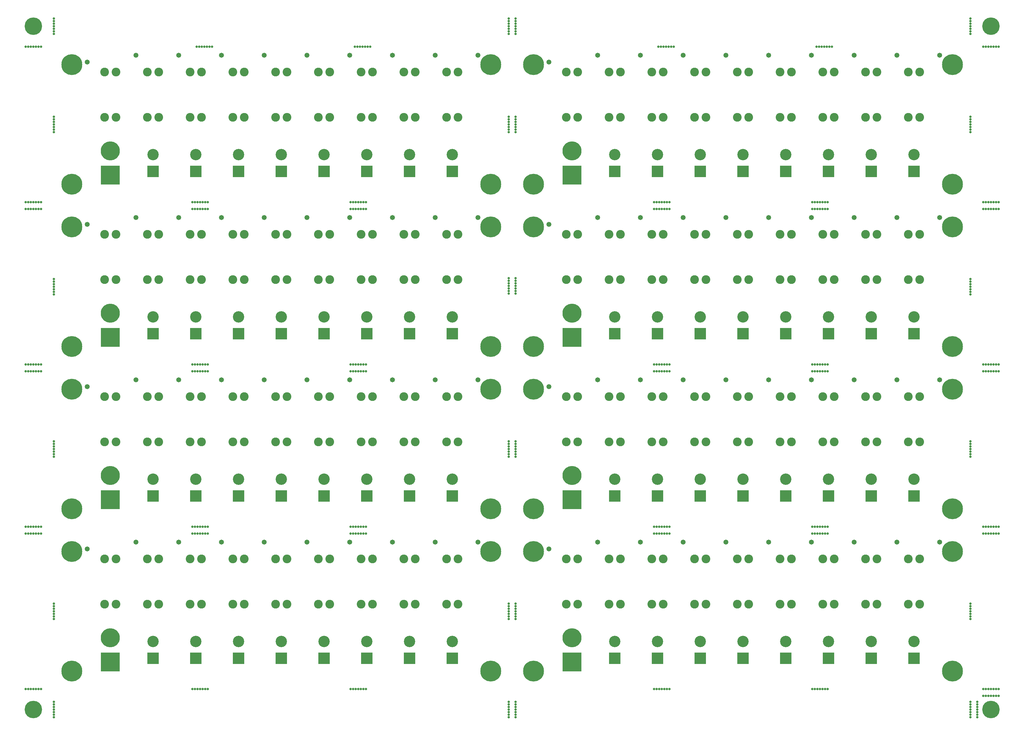
<source format=gbs>
G04*
G04 #@! TF.GenerationSoftware,Altium Limited,Altium Designer,21.8.1 (53)*
G04*
G04 Layer_Color=16711935*
%FSLAX44Y44*%
%MOMM*%
G71*
G04*
G04 #@! TF.SameCoordinates,54C0CB10-D324-4126-BD5B-6722362DD903*
G04*
G04*
G04 #@! TF.FilePolarity,Negative*
G04*
G01*
G75*
%ADD30C,0.7112*%
%ADD31C,5.2032*%
%ADD32C,2.6032*%
%ADD33R,3.3782X3.3782*%
%ADD34C,3.3782*%
%ADD35C,5.6642*%
%ADD36R,5.6642X5.6642*%
%ADD37C,6.2032*%
%ADD38C,1.4732*%
D30*
X1450340Y353060D02*
D03*
Y345440D02*
D03*
Y337820D02*
D03*
Y330200D02*
D03*
Y322580D02*
D03*
Y314960D02*
D03*
Y307340D02*
D03*
X1470660Y353060D02*
D03*
Y345440D02*
D03*
Y337820D02*
D03*
Y330200D02*
D03*
Y322580D02*
D03*
Y314960D02*
D03*
Y307340D02*
D03*
X1450340Y835660D02*
D03*
Y828040D02*
D03*
Y820420D02*
D03*
Y812800D02*
D03*
Y805180D02*
D03*
Y797560D02*
D03*
Y789940D02*
D03*
X1470660Y835660D02*
D03*
Y828040D02*
D03*
Y820420D02*
D03*
Y812800D02*
D03*
Y805180D02*
D03*
Y797560D02*
D03*
Y789940D02*
D03*
X1450340Y1320800D02*
D03*
Y1313180D02*
D03*
Y1305560D02*
D03*
Y1297940D02*
D03*
Y1290320D02*
D03*
Y1282700D02*
D03*
Y1275080D02*
D03*
X1470660Y1320800D02*
D03*
Y1313180D02*
D03*
Y1305560D02*
D03*
Y1297940D02*
D03*
Y1290320D02*
D03*
Y1282700D02*
D03*
Y1275080D02*
D03*
X1450340Y1800860D02*
D03*
Y1793240D02*
D03*
Y1785620D02*
D03*
Y1778000D02*
D03*
Y1770380D02*
D03*
Y1762760D02*
D03*
Y1755140D02*
D03*
X1470660Y1800860D02*
D03*
Y1793240D02*
D03*
Y1785620D02*
D03*
Y1778000D02*
D03*
Y1770380D02*
D03*
Y1762760D02*
D03*
Y1755140D02*
D03*
X1450340Y2092960D02*
D03*
Y2085340D02*
D03*
Y2077720D02*
D03*
Y2070100D02*
D03*
Y2062480D02*
D03*
Y2054860D02*
D03*
Y2047240D02*
D03*
X1470660Y2092960D02*
D03*
Y2085340D02*
D03*
Y2077720D02*
D03*
Y2070100D02*
D03*
Y2062480D02*
D03*
Y2054860D02*
D03*
Y2047240D02*
D03*
X2821940Y2092960D02*
D03*
Y2085340D02*
D03*
Y2077720D02*
D03*
Y2070100D02*
D03*
Y2062480D02*
D03*
Y2054860D02*
D03*
Y2047240D02*
D03*
X2905760Y2009140D02*
D03*
X2898140D02*
D03*
X2890520D02*
D03*
X2882900D02*
D03*
X2875280D02*
D03*
X2867660D02*
D03*
X2860040D02*
D03*
X2905760Y1546860D02*
D03*
X2898140D02*
D03*
X2890520D02*
D03*
X2882900D02*
D03*
X2875280D02*
D03*
X2867660D02*
D03*
X2860040D02*
D03*
X2905760Y1526540D02*
D03*
X2898140D02*
D03*
X2890520D02*
D03*
X2882900D02*
D03*
X2875280D02*
D03*
X2867660D02*
D03*
X2860040D02*
D03*
X2905760Y1064260D02*
D03*
X2898140D02*
D03*
X2890520D02*
D03*
X2882900D02*
D03*
X2875280D02*
D03*
X2867660D02*
D03*
X2860040D02*
D03*
X2905760Y1043940D02*
D03*
X2898140D02*
D03*
X2890520D02*
D03*
X2882900D02*
D03*
X2875280D02*
D03*
X2867660D02*
D03*
X2860040D02*
D03*
X2905760Y581660D02*
D03*
X2898140D02*
D03*
X2890520D02*
D03*
X2882900D02*
D03*
X2875280D02*
D03*
X2867660D02*
D03*
X2860040D02*
D03*
X2905760Y561340D02*
D03*
X2898140D02*
D03*
X2890520D02*
D03*
X2882900D02*
D03*
X2875280D02*
D03*
X2867660D02*
D03*
X2860040D02*
D03*
X2905760Y99060D02*
D03*
X2898140D02*
D03*
X2890520D02*
D03*
X2882900D02*
D03*
X2875280D02*
D03*
X2867660D02*
D03*
X2860040D02*
D03*
X2905760Y78740D02*
D03*
X2898140D02*
D03*
X2890520D02*
D03*
X2882900D02*
D03*
X2875280D02*
D03*
X2867660D02*
D03*
X2860040D02*
D03*
X2842260Y15240D02*
D03*
Y22860D02*
D03*
Y30480D02*
D03*
Y38100D02*
D03*
Y45720D02*
D03*
Y53340D02*
D03*
Y60960D02*
D03*
X2821940Y15240D02*
D03*
Y22860D02*
D03*
Y30480D02*
D03*
Y38100D02*
D03*
Y45720D02*
D03*
Y53340D02*
D03*
Y60960D02*
D03*
X1470660Y15240D02*
D03*
Y22860D02*
D03*
Y30480D02*
D03*
Y38100D02*
D03*
Y45720D02*
D03*
Y53340D02*
D03*
Y60960D02*
D03*
X1450340Y15240D02*
D03*
Y22860D02*
D03*
Y30480D02*
D03*
Y38100D02*
D03*
Y45720D02*
D03*
Y53340D02*
D03*
Y60960D02*
D03*
X99060Y15240D02*
D03*
Y22860D02*
D03*
Y30480D02*
D03*
Y38100D02*
D03*
Y45720D02*
D03*
Y53340D02*
D03*
Y60960D02*
D03*
X15240Y99060D02*
D03*
X22860D02*
D03*
X30480D02*
D03*
X38100D02*
D03*
X45720D02*
D03*
X53340D02*
D03*
X60960D02*
D03*
X15240Y561340D02*
D03*
X22860D02*
D03*
X30480D02*
D03*
X38100D02*
D03*
X45720D02*
D03*
X53340D02*
D03*
X60960D02*
D03*
X15240Y581660D02*
D03*
X22860D02*
D03*
X30480D02*
D03*
X38100D02*
D03*
X45720D02*
D03*
X53340D02*
D03*
X60960D02*
D03*
X15240Y1043940D02*
D03*
X22860D02*
D03*
X30480D02*
D03*
X38100D02*
D03*
X45720D02*
D03*
X53340D02*
D03*
X60960D02*
D03*
X15240Y1064260D02*
D03*
X22860D02*
D03*
X30480D02*
D03*
X38100D02*
D03*
X45720D02*
D03*
X53340D02*
D03*
X60960D02*
D03*
X15240Y1526540D02*
D03*
X22860D02*
D03*
X30480D02*
D03*
X38100D02*
D03*
X45720D02*
D03*
X53340D02*
D03*
X60960D02*
D03*
X15240Y1546860D02*
D03*
X22860D02*
D03*
X30480D02*
D03*
X38100D02*
D03*
X45720D02*
D03*
X53340D02*
D03*
X60960D02*
D03*
X15240Y2009140D02*
D03*
X22860D02*
D03*
X30480D02*
D03*
X38100D02*
D03*
X45720D02*
D03*
X53340D02*
D03*
X60960D02*
D03*
X99060Y2092960D02*
D03*
Y2085340D02*
D03*
Y2077720D02*
D03*
Y2070100D02*
D03*
Y2062480D02*
D03*
Y2054860D02*
D03*
Y2047240D02*
D03*
X2397760Y1546860D02*
D03*
X2390140D02*
D03*
X2382520D02*
D03*
X2374900D02*
D03*
X2367280D02*
D03*
X2359660D02*
D03*
X2352040D02*
D03*
X2397760Y1526540D02*
D03*
X2390140D02*
D03*
X2382520D02*
D03*
X2374900D02*
D03*
X2367280D02*
D03*
X2359660D02*
D03*
X2352040D02*
D03*
X1927860Y1546860D02*
D03*
X1920240D02*
D03*
X1912620D02*
D03*
X1905000D02*
D03*
X1897380D02*
D03*
X1889760D02*
D03*
X1882140D02*
D03*
X1927860Y1526540D02*
D03*
X1920240D02*
D03*
X1912620D02*
D03*
X1905000D02*
D03*
X1897380D02*
D03*
X1889760D02*
D03*
X1882140D02*
D03*
X1026160Y581660D02*
D03*
X1018540D02*
D03*
X1010920D02*
D03*
X1003300D02*
D03*
X995680D02*
D03*
X988060D02*
D03*
X980440D02*
D03*
X1026160Y561340D02*
D03*
X1018540D02*
D03*
X1010920D02*
D03*
X1003300D02*
D03*
X995680D02*
D03*
X988060D02*
D03*
X980440D02*
D03*
X1927860Y581660D02*
D03*
X1920240D02*
D03*
X1912620D02*
D03*
X1905000D02*
D03*
X1897380D02*
D03*
X1889760D02*
D03*
X1882140D02*
D03*
X1927860Y561340D02*
D03*
X1920240D02*
D03*
X1912620D02*
D03*
X1905000D02*
D03*
X1897380D02*
D03*
X1889760D02*
D03*
X1882140D02*
D03*
X2397760Y581660D02*
D03*
X2390140D02*
D03*
X2382520D02*
D03*
X2374900D02*
D03*
X2367280D02*
D03*
X2359660D02*
D03*
X2352040D02*
D03*
X2397760Y561340D02*
D03*
X2390140D02*
D03*
X2382520D02*
D03*
X2374900D02*
D03*
X2367280D02*
D03*
X2359660D02*
D03*
X2352040D02*
D03*
X2397760Y1064260D02*
D03*
X2390140D02*
D03*
X2382520D02*
D03*
X2374900D02*
D03*
X2367280D02*
D03*
X2359660D02*
D03*
X2352040D02*
D03*
X2397760Y1043940D02*
D03*
X2390140D02*
D03*
X2382520D02*
D03*
X2374900D02*
D03*
X2367280D02*
D03*
X2359660D02*
D03*
X2352040D02*
D03*
X1927860Y1064260D02*
D03*
X1920240D02*
D03*
X1912620D02*
D03*
X1905000D02*
D03*
X1897380D02*
D03*
X1889760D02*
D03*
X1882140D02*
D03*
X1927860Y1043940D02*
D03*
X1920240D02*
D03*
X1912620D02*
D03*
X1905000D02*
D03*
X1897380D02*
D03*
X1889760D02*
D03*
X1882140D02*
D03*
X1026160Y1064260D02*
D03*
X1018540D02*
D03*
X1010920D02*
D03*
X1003300D02*
D03*
X995680D02*
D03*
X988060D02*
D03*
X980440D02*
D03*
X1026160Y1043940D02*
D03*
X1018540D02*
D03*
X1010920D02*
D03*
X1003300D02*
D03*
X995680D02*
D03*
X988060D02*
D03*
X980440D02*
D03*
X510540Y561340D02*
D03*
X518160D02*
D03*
X525780D02*
D03*
X533400D02*
D03*
X541020D02*
D03*
X548640D02*
D03*
X556260D02*
D03*
X510540Y581660D02*
D03*
X518160D02*
D03*
X525780D02*
D03*
X533400D02*
D03*
X541020D02*
D03*
X548640D02*
D03*
X556260D02*
D03*
X510540Y1043940D02*
D03*
X518160D02*
D03*
X525780D02*
D03*
X533400D02*
D03*
X541020D02*
D03*
X548640D02*
D03*
X556260D02*
D03*
X510540Y1064260D02*
D03*
X518160D02*
D03*
X525780D02*
D03*
X533400D02*
D03*
X541020D02*
D03*
X548640D02*
D03*
X556260D02*
D03*
X980440Y1526540D02*
D03*
X988060D02*
D03*
X995680D02*
D03*
X1003300D02*
D03*
X1010920D02*
D03*
X1018540D02*
D03*
X1026160D02*
D03*
X980440Y1546860D02*
D03*
X988060D02*
D03*
X995680D02*
D03*
X1003300D02*
D03*
X1010920D02*
D03*
X1018540D02*
D03*
X1026160D02*
D03*
X510540Y1526540D02*
D03*
X518160D02*
D03*
X525780D02*
D03*
X533400D02*
D03*
X541020D02*
D03*
X548640D02*
D03*
X556260D02*
D03*
X510540Y1546860D02*
D03*
X518160D02*
D03*
X525780D02*
D03*
X533400D02*
D03*
X541020D02*
D03*
X548640D02*
D03*
X556260D02*
D03*
X2364740Y2009140D02*
D03*
X2372360D02*
D03*
X2379980D02*
D03*
X2387600D02*
D03*
X2395220D02*
D03*
X2402840D02*
D03*
X2410460D02*
D03*
X2821940Y1800860D02*
D03*
Y1793240D02*
D03*
Y1785620D02*
D03*
Y1778000D02*
D03*
Y1770380D02*
D03*
Y1762760D02*
D03*
Y1755140D02*
D03*
Y1318260D02*
D03*
Y1310640D02*
D03*
Y1303020D02*
D03*
Y1295400D02*
D03*
Y1287780D02*
D03*
Y1280160D02*
D03*
Y1272540D02*
D03*
Y835660D02*
D03*
Y828040D02*
D03*
Y820420D02*
D03*
Y812800D02*
D03*
Y805180D02*
D03*
Y797560D02*
D03*
Y789940D02*
D03*
Y353060D02*
D03*
Y345440D02*
D03*
Y337820D02*
D03*
Y330200D02*
D03*
Y322580D02*
D03*
Y314960D02*
D03*
Y307340D02*
D03*
X2397760Y99060D02*
D03*
X2390140D02*
D03*
X2382520D02*
D03*
X2374900D02*
D03*
X2367280D02*
D03*
X2359660D02*
D03*
X2352040D02*
D03*
X1927860D02*
D03*
X1920240D02*
D03*
X1912620D02*
D03*
X1905000D02*
D03*
X1897380D02*
D03*
X1889760D02*
D03*
X1882140D02*
D03*
X1026160D02*
D03*
X1018540D02*
D03*
X1010920D02*
D03*
X1003300D02*
D03*
X995680D02*
D03*
X988060D02*
D03*
X980440D02*
D03*
X556260D02*
D03*
X548640D02*
D03*
X541020D02*
D03*
X533400D02*
D03*
X525780D02*
D03*
X518160D02*
D03*
X510540D02*
D03*
X99060Y307340D02*
D03*
Y314960D02*
D03*
Y322580D02*
D03*
Y330200D02*
D03*
Y337820D02*
D03*
Y345440D02*
D03*
Y353060D02*
D03*
Y789940D02*
D03*
Y797560D02*
D03*
Y805180D02*
D03*
Y812800D02*
D03*
Y820420D02*
D03*
Y828040D02*
D03*
Y835660D02*
D03*
Y1272540D02*
D03*
Y1280160D02*
D03*
Y1287780D02*
D03*
Y1295400D02*
D03*
Y1303020D02*
D03*
Y1310640D02*
D03*
Y1318260D02*
D03*
Y1755140D02*
D03*
Y1762760D02*
D03*
Y1770380D02*
D03*
Y1778000D02*
D03*
Y1785620D02*
D03*
Y1793240D02*
D03*
Y1800860D02*
D03*
X1894840Y2009140D02*
D03*
X1902460D02*
D03*
X1910080D02*
D03*
X1917700D02*
D03*
X1925320D02*
D03*
X1932940D02*
D03*
X1940560D02*
D03*
X993140D02*
D03*
X1000760D02*
D03*
X1008380D02*
D03*
X1016000D02*
D03*
X1023620D02*
D03*
X1031240D02*
D03*
X1038860D02*
D03*
X568960D02*
D03*
X561340D02*
D03*
X553720D02*
D03*
X546100D02*
D03*
X538480D02*
D03*
X530860D02*
D03*
X523240D02*
D03*
D31*
X2882900Y2070100D02*
D03*
Y38100D02*
D03*
X38100D02*
D03*
Y2070100D02*
D03*
D32*
X1172700Y486450D02*
D03*
X1138700D02*
D03*
X1172700Y351750D02*
D03*
X1138700D02*
D03*
X537700Y486450D02*
D03*
X503700D02*
D03*
X537700Y351750D02*
D03*
X503700D02*
D03*
X283700Y486450D02*
D03*
X249700D02*
D03*
X283700Y351750D02*
D03*
X249700D02*
D03*
X884700D02*
D03*
X918700D02*
D03*
X884700Y486450D02*
D03*
X918700D02*
D03*
X757700Y351750D02*
D03*
X791700D02*
D03*
X757700Y486450D02*
D03*
X791700D02*
D03*
X1265700Y351750D02*
D03*
X1299700D02*
D03*
X1265700Y486450D02*
D03*
X1299700D02*
D03*
X1011700Y351750D02*
D03*
X1045700D02*
D03*
X1011700Y486450D02*
D03*
X1045700D02*
D03*
X376700Y351750D02*
D03*
X410700D02*
D03*
X376700Y486450D02*
D03*
X410700D02*
D03*
X630700Y351750D02*
D03*
X664700D02*
D03*
X630700Y486450D02*
D03*
X664700D02*
D03*
X2544300D02*
D03*
X2510300D02*
D03*
X2544300Y351750D02*
D03*
X2510300D02*
D03*
X1909300Y486450D02*
D03*
X1875300D02*
D03*
X1909300Y351750D02*
D03*
X1875300D02*
D03*
X1655300Y486450D02*
D03*
X1621300D02*
D03*
X1655300Y351750D02*
D03*
X1621300D02*
D03*
X2256300D02*
D03*
X2290300D02*
D03*
X2256300Y486450D02*
D03*
X2290300D02*
D03*
X2129300Y351750D02*
D03*
X2163300D02*
D03*
X2129300Y486450D02*
D03*
X2163300D02*
D03*
X2637300Y351750D02*
D03*
X2671300D02*
D03*
X2637300Y486450D02*
D03*
X2671300D02*
D03*
X2383300Y351750D02*
D03*
X2417300D02*
D03*
X2383300Y486450D02*
D03*
X2417300D02*
D03*
X1748300Y351750D02*
D03*
X1782300D02*
D03*
X1748300Y486450D02*
D03*
X1782300D02*
D03*
X2002300Y351750D02*
D03*
X2036300D02*
D03*
X2002300Y486450D02*
D03*
X2036300D02*
D03*
X1172700Y969050D02*
D03*
X1138700D02*
D03*
X1172700Y834350D02*
D03*
X1138700D02*
D03*
X537700Y969050D02*
D03*
X503700D02*
D03*
X537700Y834350D02*
D03*
X503700D02*
D03*
X283700Y969050D02*
D03*
X249700D02*
D03*
X283700Y834350D02*
D03*
X249700D02*
D03*
X884700D02*
D03*
X918700D02*
D03*
X884700Y969050D02*
D03*
X918700D02*
D03*
X757700Y834350D02*
D03*
X791700D02*
D03*
X757700Y969050D02*
D03*
X791700D02*
D03*
X1265700Y834350D02*
D03*
X1299700D02*
D03*
X1265700Y969050D02*
D03*
X1299700D02*
D03*
X1011700Y834350D02*
D03*
X1045700D02*
D03*
X1011700Y969050D02*
D03*
X1045700D02*
D03*
X376700Y834350D02*
D03*
X410700D02*
D03*
X376700Y969050D02*
D03*
X410700D02*
D03*
X630700Y834350D02*
D03*
X664700D02*
D03*
X630700Y969050D02*
D03*
X664700D02*
D03*
X2544300D02*
D03*
X2510300D02*
D03*
X2544300Y834350D02*
D03*
X2510300D02*
D03*
X1909300Y969050D02*
D03*
X1875300D02*
D03*
X1909300Y834350D02*
D03*
X1875300D02*
D03*
X1655300Y969050D02*
D03*
X1621300D02*
D03*
X1655300Y834350D02*
D03*
X1621300D02*
D03*
X2256300D02*
D03*
X2290300D02*
D03*
X2256300Y969050D02*
D03*
X2290300D02*
D03*
X2129300Y834350D02*
D03*
X2163300D02*
D03*
X2129300Y969050D02*
D03*
X2163300D02*
D03*
X2637300Y834350D02*
D03*
X2671300D02*
D03*
X2637300Y969050D02*
D03*
X2671300D02*
D03*
X2383300Y834350D02*
D03*
X2417300D02*
D03*
X2383300Y969050D02*
D03*
X2417300D02*
D03*
X1748300Y834350D02*
D03*
X1782300D02*
D03*
X1748300Y969050D02*
D03*
X1782300D02*
D03*
X2002300Y834350D02*
D03*
X2036300D02*
D03*
X2002300Y969050D02*
D03*
X2036300D02*
D03*
X1172700Y1451650D02*
D03*
X1138700D02*
D03*
X1172700Y1316950D02*
D03*
X1138700D02*
D03*
X537700Y1451650D02*
D03*
X503700D02*
D03*
X537700Y1316950D02*
D03*
X503700D02*
D03*
X283700Y1451650D02*
D03*
X249700D02*
D03*
X283700Y1316950D02*
D03*
X249700D02*
D03*
X884700D02*
D03*
X918700D02*
D03*
X884700Y1451650D02*
D03*
X918700D02*
D03*
X757700Y1316950D02*
D03*
X791700D02*
D03*
X757700Y1451650D02*
D03*
X791700D02*
D03*
X1265700Y1316950D02*
D03*
X1299700D02*
D03*
X1265700Y1451650D02*
D03*
X1299700D02*
D03*
X1011700Y1316950D02*
D03*
X1045700D02*
D03*
X1011700Y1451650D02*
D03*
X1045700D02*
D03*
X376700Y1316950D02*
D03*
X410700D02*
D03*
X376700Y1451650D02*
D03*
X410700D02*
D03*
X630700Y1316950D02*
D03*
X664700D02*
D03*
X630700Y1451650D02*
D03*
X664700D02*
D03*
X2544300D02*
D03*
X2510300D02*
D03*
X2544300Y1316950D02*
D03*
X2510300D02*
D03*
X1909300Y1451650D02*
D03*
X1875300D02*
D03*
X1909300Y1316950D02*
D03*
X1875300D02*
D03*
X1655300Y1451650D02*
D03*
X1621300D02*
D03*
X1655300Y1316950D02*
D03*
X1621300D02*
D03*
X2256300D02*
D03*
X2290300D02*
D03*
X2256300Y1451650D02*
D03*
X2290300D02*
D03*
X2129300Y1316950D02*
D03*
X2163300D02*
D03*
X2129300Y1451650D02*
D03*
X2163300D02*
D03*
X2637300Y1316950D02*
D03*
X2671300D02*
D03*
X2637300Y1451650D02*
D03*
X2671300D02*
D03*
X2383300Y1316950D02*
D03*
X2417300D02*
D03*
X2383300Y1451650D02*
D03*
X2417300D02*
D03*
X1748300Y1316950D02*
D03*
X1782300D02*
D03*
X1748300Y1451650D02*
D03*
X1782300D02*
D03*
X2002300Y1316950D02*
D03*
X2036300D02*
D03*
X2002300Y1451650D02*
D03*
X2036300D02*
D03*
X1172700Y1934250D02*
D03*
X1138700D02*
D03*
X1172700Y1799550D02*
D03*
X1138700D02*
D03*
X537700Y1934250D02*
D03*
X503700D02*
D03*
X537700Y1799550D02*
D03*
X503700D02*
D03*
X283700Y1934250D02*
D03*
X249700D02*
D03*
X283700Y1799550D02*
D03*
X249700D02*
D03*
X884700D02*
D03*
X918700D02*
D03*
X884700Y1934250D02*
D03*
X918700D02*
D03*
X757700Y1799550D02*
D03*
X791700D02*
D03*
X757700Y1934250D02*
D03*
X791700D02*
D03*
X1265700Y1799550D02*
D03*
X1299700D02*
D03*
X1265700Y1934250D02*
D03*
X1299700D02*
D03*
X1011700Y1799550D02*
D03*
X1045700D02*
D03*
X1011700Y1934250D02*
D03*
X1045700D02*
D03*
X376700Y1799550D02*
D03*
X410700D02*
D03*
X376700Y1934250D02*
D03*
X410700D02*
D03*
X630700Y1799550D02*
D03*
X664700D02*
D03*
X630700Y1934250D02*
D03*
X664700D02*
D03*
X2544300D02*
D03*
X2510300D02*
D03*
X2544300Y1799550D02*
D03*
X2510300D02*
D03*
X1909300Y1934250D02*
D03*
X1875300D02*
D03*
X1909300Y1799550D02*
D03*
X1875300D02*
D03*
X1655300Y1934250D02*
D03*
X1621300D02*
D03*
X1655300Y1799550D02*
D03*
X1621300D02*
D03*
X2256300D02*
D03*
X2290300D02*
D03*
X2256300Y1934250D02*
D03*
X2290300D02*
D03*
X2129300Y1799550D02*
D03*
X2163300D02*
D03*
X2129300Y1934250D02*
D03*
X2163300D02*
D03*
X2637300Y1799550D02*
D03*
X2671300D02*
D03*
X2637300Y1934250D02*
D03*
X2671300D02*
D03*
X2383300Y1799550D02*
D03*
X2417300D02*
D03*
X2383300Y1934250D02*
D03*
X2417300D02*
D03*
X1748300Y1799550D02*
D03*
X1782300D02*
D03*
X1748300Y1934250D02*
D03*
X1782300D02*
D03*
X2002300Y1799550D02*
D03*
X2036300D02*
D03*
X2002300Y1934250D02*
D03*
X2036300D02*
D03*
D33*
X647700Y190900D02*
D03*
X1028700D02*
D03*
X1282700D02*
D03*
X1155700D02*
D03*
X774700D02*
D03*
X901700D02*
D03*
X520700D02*
D03*
X393700D02*
D03*
X2019300D02*
D03*
X2400300D02*
D03*
X2654300D02*
D03*
X2527300D02*
D03*
X2146300D02*
D03*
X2273300D02*
D03*
X1892300D02*
D03*
X1765300D02*
D03*
X647700Y673500D02*
D03*
X1028700D02*
D03*
X1282700D02*
D03*
X1155700D02*
D03*
X774700D02*
D03*
X901700D02*
D03*
X520700D02*
D03*
X393700D02*
D03*
X2019300D02*
D03*
X2400300D02*
D03*
X2654300D02*
D03*
X2527300D02*
D03*
X2146300D02*
D03*
X2273300D02*
D03*
X1892300D02*
D03*
X1765300D02*
D03*
X647700Y1156100D02*
D03*
X1028700D02*
D03*
X1282700D02*
D03*
X1155700D02*
D03*
X774700D02*
D03*
X901700D02*
D03*
X520700D02*
D03*
X393700D02*
D03*
X2019300D02*
D03*
X2400300D02*
D03*
X2654300D02*
D03*
X2527300D02*
D03*
X2146300D02*
D03*
X2273300D02*
D03*
X1892300D02*
D03*
X1765300D02*
D03*
X647700Y1638700D02*
D03*
X1028700D02*
D03*
X1282700D02*
D03*
X1155700D02*
D03*
X774700D02*
D03*
X901700D02*
D03*
X520700D02*
D03*
X393700D02*
D03*
X2019300D02*
D03*
X2400300D02*
D03*
X2654300D02*
D03*
X2527300D02*
D03*
X2146300D02*
D03*
X2273300D02*
D03*
X1892300D02*
D03*
X1765300D02*
D03*
D34*
X647700Y240900D02*
D03*
X1028700D02*
D03*
X1282700D02*
D03*
X1155700D02*
D03*
X774700D02*
D03*
X901700D02*
D03*
X520700D02*
D03*
X393700D02*
D03*
X2019300D02*
D03*
X2400300D02*
D03*
X2654300D02*
D03*
X2527300D02*
D03*
X2146300D02*
D03*
X2273300D02*
D03*
X1892300D02*
D03*
X1765300D02*
D03*
X647700Y723500D02*
D03*
X1028700D02*
D03*
X1282700D02*
D03*
X1155700D02*
D03*
X774700D02*
D03*
X901700D02*
D03*
X520700D02*
D03*
X393700D02*
D03*
X2019300D02*
D03*
X2400300D02*
D03*
X2654300D02*
D03*
X2527300D02*
D03*
X2146300D02*
D03*
X2273300D02*
D03*
X1892300D02*
D03*
X1765300D02*
D03*
X647700Y1206100D02*
D03*
X1028700D02*
D03*
X1282700D02*
D03*
X1155700D02*
D03*
X774700D02*
D03*
X901700D02*
D03*
X520700D02*
D03*
X393700D02*
D03*
X2019300D02*
D03*
X2400300D02*
D03*
X2654300D02*
D03*
X2527300D02*
D03*
X2146300D02*
D03*
X2273300D02*
D03*
X1892300D02*
D03*
X1765300D02*
D03*
X647700Y1688700D02*
D03*
X1028700D02*
D03*
X1282700D02*
D03*
X1155700D02*
D03*
X774700D02*
D03*
X901700D02*
D03*
X520700D02*
D03*
X393700D02*
D03*
X2019300D02*
D03*
X2400300D02*
D03*
X2654300D02*
D03*
X2527300D02*
D03*
X2146300D02*
D03*
X2273300D02*
D03*
X1892300D02*
D03*
X1765300D02*
D03*
D35*
X266700Y251900D02*
D03*
X1638300D02*
D03*
X266700Y734500D02*
D03*
X1638300D02*
D03*
X266700Y1217100D02*
D03*
X1638300D02*
D03*
X266700Y1699700D02*
D03*
X1638300D02*
D03*
D36*
X266700Y179900D02*
D03*
X1638300D02*
D03*
X266700Y662500D02*
D03*
X1638300D02*
D03*
X266700Y1145100D02*
D03*
X1638300D02*
D03*
X266700Y1627700D02*
D03*
X1638300D02*
D03*
D37*
X152400Y152400D02*
D03*
Y508000D02*
D03*
X1397000D02*
D03*
Y152400D02*
D03*
X1524000D02*
D03*
Y508000D02*
D03*
X2768600D02*
D03*
Y152400D02*
D03*
X152400Y635000D02*
D03*
Y990600D02*
D03*
X1397000D02*
D03*
Y635000D02*
D03*
X1524000D02*
D03*
Y990600D02*
D03*
X2768600D02*
D03*
Y635000D02*
D03*
X152400Y1117600D02*
D03*
Y1473200D02*
D03*
X1397000D02*
D03*
Y1117600D02*
D03*
X1524000D02*
D03*
Y1473200D02*
D03*
X2768600D02*
D03*
Y1117600D02*
D03*
X152400Y1600200D02*
D03*
Y1955800D02*
D03*
X1397000D02*
D03*
Y1600200D02*
D03*
X1524000D02*
D03*
Y1955800D02*
D03*
X2768600D02*
D03*
Y1600200D02*
D03*
D38*
X1358900Y535940D02*
D03*
X1231900D02*
D03*
X1104900D02*
D03*
X977900D02*
D03*
X850900D02*
D03*
X723900D02*
D03*
X596900D02*
D03*
X469900D02*
D03*
X342900D02*
D03*
X198120Y515620D02*
D03*
X2730500Y535940D02*
D03*
X2603500D02*
D03*
X2476500D02*
D03*
X2349500D02*
D03*
X2222500D02*
D03*
X2095500D02*
D03*
X1968500D02*
D03*
X1841500D02*
D03*
X1714500D02*
D03*
X1569720Y515620D02*
D03*
X1358900Y1018540D02*
D03*
X1231900D02*
D03*
X1104900D02*
D03*
X977900D02*
D03*
X850900D02*
D03*
X723900D02*
D03*
X596900D02*
D03*
X469900D02*
D03*
X342900D02*
D03*
X198120Y998220D02*
D03*
X2730500Y1018540D02*
D03*
X2603500D02*
D03*
X2476500D02*
D03*
X2349500D02*
D03*
X2222500D02*
D03*
X2095500D02*
D03*
X1968500D02*
D03*
X1841500D02*
D03*
X1714500D02*
D03*
X1569720Y998220D02*
D03*
X1358900Y1501140D02*
D03*
X1231900D02*
D03*
X1104900D02*
D03*
X977900D02*
D03*
X850900D02*
D03*
X723900D02*
D03*
X596900D02*
D03*
X469900D02*
D03*
X342900D02*
D03*
X198120Y1480820D02*
D03*
X2730500Y1501140D02*
D03*
X2603500D02*
D03*
X2476500D02*
D03*
X2349500D02*
D03*
X2222500D02*
D03*
X2095500D02*
D03*
X1968500D02*
D03*
X1841500D02*
D03*
X1714500D02*
D03*
X1569720Y1480820D02*
D03*
X1358900Y1983740D02*
D03*
X1231900D02*
D03*
X1104900D02*
D03*
X977900D02*
D03*
X850900D02*
D03*
X723900D02*
D03*
X596900D02*
D03*
X469900D02*
D03*
X342900D02*
D03*
X198120Y1963420D02*
D03*
X2730500Y1983740D02*
D03*
X2603500D02*
D03*
X2476500D02*
D03*
X2349500D02*
D03*
X2222500D02*
D03*
X2095500D02*
D03*
X1968500D02*
D03*
X1841500D02*
D03*
X1714500D02*
D03*
X1569720Y1963420D02*
D03*
M02*

</source>
